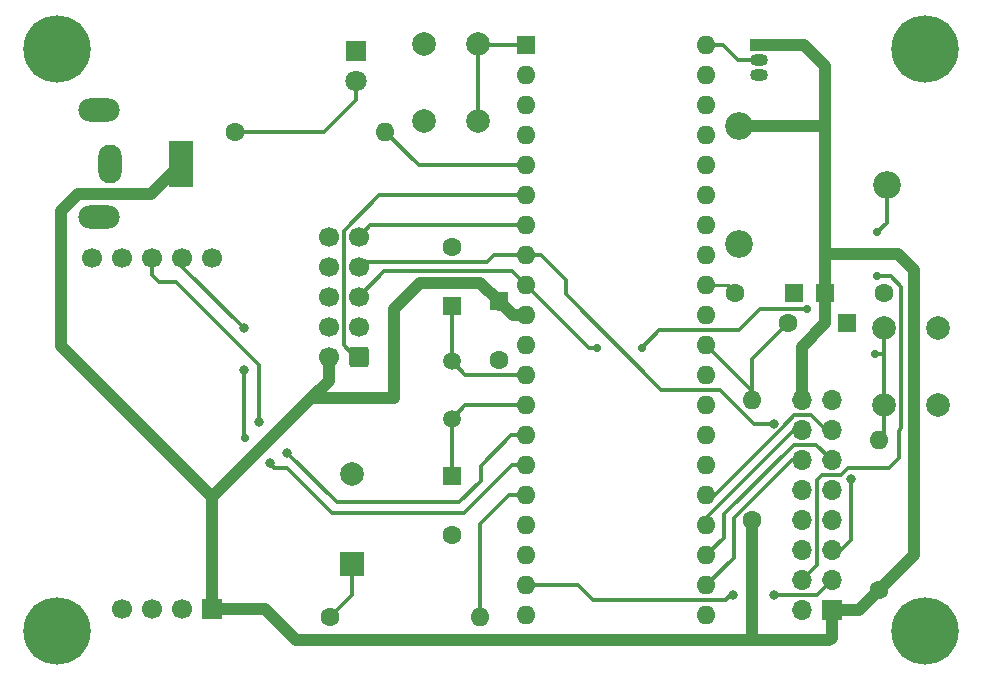
<source format=gbr>
%TF.GenerationSoftware,KiCad,Pcbnew,7.0.1*%
%TF.CreationDate,2023-05-16T22:34:38+02:00*%
%TF.ProjectId,PPURS projekt,50505552-5320-4707-926f-6a656b742e6b,rev?*%
%TF.SameCoordinates,Original*%
%TF.FileFunction,Copper,L1,Top*%
%TF.FilePolarity,Positive*%
%FSLAX46Y46*%
G04 Gerber Fmt 4.6, Leading zero omitted, Abs format (unit mm)*
G04 Created by KiCad (PCBNEW 7.0.1) date 2023-05-16 22:34:38*
%MOMM*%
%LPD*%
G01*
G04 APERTURE LIST*
G04 Aperture macros list*
%AMRoundRect*
0 Rectangle with rounded corners*
0 $1 Rounding radius*
0 $2 $3 $4 $5 $6 $7 $8 $9 X,Y pos of 4 corners*
0 Add a 4 corners polygon primitive as box body*
4,1,4,$2,$3,$4,$5,$6,$7,$8,$9,$2,$3,0*
0 Add four circle primitives for the rounded corners*
1,1,$1+$1,$2,$3*
1,1,$1+$1,$4,$5*
1,1,$1+$1,$6,$7*
1,1,$1+$1,$8,$9*
0 Add four rect primitives between the rounded corners*
20,1,$1+$1,$2,$3,$4,$5,0*
20,1,$1+$1,$4,$5,$6,$7,0*
20,1,$1+$1,$6,$7,$8,$9,0*
20,1,$1+$1,$8,$9,$2,$3,0*%
G04 Aperture macros list end*
%TA.AperFunction,ComponentPad*%
%ADD10R,1.600000X1.600000*%
%TD*%
%TA.AperFunction,ComponentPad*%
%ADD11C,1.600000*%
%TD*%
%TA.AperFunction,ComponentPad*%
%ADD12R,1.800000X1.800000*%
%TD*%
%TA.AperFunction,ComponentPad*%
%ADD13C,1.800000*%
%TD*%
%TA.AperFunction,ComponentPad*%
%ADD14C,1.500000*%
%TD*%
%TA.AperFunction,ComponentPad*%
%ADD15R,1.700000X1.700000*%
%TD*%
%TA.AperFunction,ComponentPad*%
%ADD16C,1.700000*%
%TD*%
%TA.AperFunction,ComponentPad*%
%ADD17R,1.500000X1.050000*%
%TD*%
%TA.AperFunction,ComponentPad*%
%ADD18O,1.500000X1.050000*%
%TD*%
%TA.AperFunction,ComponentPad*%
%ADD19O,1.600000X1.600000*%
%TD*%
%TA.AperFunction,ComponentPad*%
%ADD20C,3.600000*%
%TD*%
%TA.AperFunction,ConnectorPad*%
%ADD21C,5.700000*%
%TD*%
%TA.AperFunction,ComponentPad*%
%ADD22R,2.000000X2.000000*%
%TD*%
%TA.AperFunction,ComponentPad*%
%ADD23C,2.000000*%
%TD*%
%TA.AperFunction,ComponentPad*%
%ADD24O,1.700000X1.700000*%
%TD*%
%TA.AperFunction,ComponentPad*%
%ADD25C,2.340000*%
%TD*%
%TA.AperFunction,ComponentPad*%
%ADD26R,2.000000X4.000000*%
%TD*%
%TA.AperFunction,ComponentPad*%
%ADD27O,2.000000X3.300000*%
%TD*%
%TA.AperFunction,ComponentPad*%
%ADD28O,3.500000X2.000000*%
%TD*%
%TA.AperFunction,ComponentPad*%
%ADD29RoundRect,0.250000X0.600000X0.600000X-0.600000X0.600000X-0.600000X-0.600000X0.600000X-0.600000X0*%
%TD*%
%TA.AperFunction,ViaPad*%
%ADD30C,0.700000*%
%TD*%
%TA.AperFunction,ViaPad*%
%ADD31C,0.800000*%
%TD*%
%TA.AperFunction,Conductor*%
%ADD32C,0.300000*%
%TD*%
%TA.AperFunction,Conductor*%
%ADD33C,1.000000*%
%TD*%
%TA.AperFunction,Conductor*%
%ADD34C,0.250000*%
%TD*%
G04 APERTURE END LIST*
D10*
%TO.P,C3,1*%
%TO.N,Net-(U1-XTAL1)*%
X143900000Y-104100000D03*
D11*
%TO.P,C3,2*%
%TO.N,Earth*%
X143900000Y-109100000D03*
%TD*%
D12*
%TO.P,D1,1,K*%
%TO.N,Earth*%
X135790000Y-68095000D03*
D13*
%TO.P,D1,2,A*%
%TO.N,Net-(D1-A)*%
X135790000Y-70635000D03*
%TD*%
D14*
%TO.P,Y1,1,1*%
%TO.N,Net-(U1-XTAL2)*%
X143900000Y-94420000D03*
%TO.P,Y1,2,2*%
%TO.N,Net-(U1-XTAL1)*%
X143900000Y-99300000D03*
%TD*%
D15*
%TO.P,Senseair S8,1,G+*%
%TO.N,+5V*%
X123640000Y-115372500D03*
D16*
%TO.P,Senseair S8,2,G0*%
%TO.N,Earth*%
X121100000Y-115372500D03*
%TO.P,Senseair S8,3,ALARM_OC*%
%TO.N,unconnected-(U2-ALARM_OC-Pad3)*%
X118560000Y-115372500D03*
%TO.P,Senseair S8,4,PWM_1KHZ*%
%TO.N,unconnected-(U2-PWM_1KHZ-Pad4)*%
X116020000Y-115372500D03*
%TO.P,Senseair S8,5,BCAL_IN*%
%TO.N,unconnected-(U2-BCAL_IN-Pad5)*%
X113480000Y-85672500D03*
%TO.P,Senseair S8,6,UART_R/T*%
%TO.N,unconnected-(U2-UART_R{slash}T-Pad6)*%
X116020000Y-85672500D03*
%TO.P,Senseair S8,7,UART_TXD*%
%TO.N,/PD0 rx*%
X118560000Y-85672500D03*
%TO.P,Senseair S8,8,UART_RXD*%
%TO.N,/PD1 tx*%
X121100000Y-85672500D03*
%TO.P,Senseair S8,9,DVCC_OUT*%
%TO.N,unconnected-(U2-DVCC_OUT-Pad9)*%
X123640000Y-85672500D03*
%TD*%
D10*
%TO.P,C6,1*%
%TO.N,+5V*%
X175500000Y-88600000D03*
D11*
%TO.P,C6,2*%
%TO.N,Earth*%
X180500000Y-88600000D03*
%TD*%
D17*
%TO.P,U3,1,+V_{S}*%
%TO.N,+5V*%
X169940000Y-67600000D03*
D18*
%TO.P,U3,2,V_{OUT}*%
%TO.N,/PA0*%
X169940000Y-68870000D03*
%TO.P,U3,3,GND*%
%TO.N,Earth*%
X169940000Y-70140000D03*
%TD*%
D11*
%TO.P,R1,1*%
%TO.N,+5V*%
X180100000Y-113800000D03*
D19*
%TO.P,R1,2*%
%TO.N,/RESET*%
X180100000Y-101100000D03*
%TD*%
D20*
%TO.P,H3,1*%
%TO.N,N/C*%
X184000000Y-117250000D03*
D21*
X184000000Y-117250000D03*
%TD*%
D20*
%TO.P,H2,1*%
%TO.N,N/C*%
X110500000Y-68000000D03*
D21*
X110500000Y-68000000D03*
%TD*%
D22*
%TO.P,BZ1,1,-*%
%TO.N,Net-(BZ1--)*%
X135480000Y-111530000D03*
D23*
%TO.P,BZ1,2,+*%
%TO.N,Earth*%
X135480000Y-103930000D03*
%TD*%
D24*
%TO.P,LCD,1,VSS*%
%TO.N,Earth*%
X173535000Y-115475000D03*
D15*
%TO.P,LCD,2,VDD*%
%TO.N,+5V*%
X176075000Y-115475000D03*
D24*
%TO.P,LCD,3,VO*%
%TO.N,Net-(U4-VO)*%
X173535000Y-112935000D03*
%TO.P,LCD,4,RS*%
%TO.N,/PD5*%
X176075000Y-112935000D03*
%TO.P,LCD,5,R/~{W}*%
%TO.N,Earth*%
X173535000Y-110395000D03*
%TO.P,LCD,6,E*%
%TO.N,/PB7*%
X176075000Y-110395000D03*
%TO.P,LCD,7,DB0*%
%TO.N,unconnected-(U4-DB0-Pad7)*%
X173535000Y-107855000D03*
%TO.P,LCD,8,DB1*%
%TO.N,unconnected-(U4-DB1-Pad8)*%
X176075000Y-107855000D03*
%TO.P,LCD,9,DB2*%
%TO.N,unconnected-(U4-DB2-Pad9)*%
X173535000Y-105315000D03*
%TO.P,LCD,10,DB3*%
%TO.N,unconnected-(U4-DB3-Pad10)*%
X176075000Y-105315000D03*
%TO.P,LCD,11,DB4*%
%TO.N,/PC0*%
X173535000Y-102775000D03*
%TO.P,LCD,12,DB5*%
%TO.N,/PC1*%
X176075000Y-102775000D03*
%TO.P,LCD,13,DB6*%
%TO.N,/PC2*%
X173535000Y-100235000D03*
%TO.P,LCD,14,DB7*%
%TO.N,/PC3*%
X176075000Y-100235000D03*
%TO.P,LCD,15,A/VEE*%
%TO.N,+5V*%
X173535000Y-97695000D03*
%TO.P,LCD,16,K*%
%TO.N,Earth*%
X176075000Y-97695000D03*
%TD*%
D25*
%TO.P,RV1,1,1*%
%TO.N,Earth*%
X168260000Y-84470000D03*
%TO.P,RV1,2,2*%
%TO.N,Net-(U4-VO)*%
X180760000Y-79470000D03*
%TO.P,RV1,3,3*%
%TO.N,+5V*%
X168260000Y-74470000D03*
%TD*%
D10*
%TO.P,C5,1*%
%TO.N,Earth*%
X177380000Y-91170000D03*
D11*
%TO.P,C5,2*%
%TO.N,Net-(U1-AVCC)*%
X172380000Y-91170000D03*
%TD*%
D20*
%TO.P,H1,1*%
%TO.N,N/C*%
X184000000Y-68000000D03*
D21*
X184000000Y-68000000D03*
%TD*%
D20*
%TO.P,H4,1*%
%TO.N,N/C*%
X110500000Y-117250000D03*
D21*
X110500000Y-117250000D03*
%TD*%
D10*
%TO.P,C1,1*%
%TO.N,+5V*%
X147900000Y-89300000D03*
D11*
%TO.P,C1,2*%
%TO.N,Earth*%
X147900000Y-94300000D03*
%TD*%
D26*
%TO.P,J3,1*%
%TO.N,+5V*%
X121020000Y-77670000D03*
D27*
%TO.P,J3,2*%
%TO.N,Earth*%
X115020000Y-77670000D03*
D28*
%TO.P,J3,MP*%
%TO.N,N/C*%
X114020000Y-73170000D03*
X114020000Y-82170000D03*
%TD*%
D10*
%TO.P,C4,1*%
%TO.N,Net-(U1-XTAL2)*%
X143900000Y-89700000D03*
D11*
%TO.P,C4,2*%
%TO.N,Earth*%
X143900000Y-84700000D03*
%TD*%
%TO.P,R3,1*%
%TO.N,Net-(D1-A)*%
X125600000Y-75000000D03*
D19*
%TO.P,R3,2*%
%TO.N,Net-(U1-PB4)*%
X138300000Y-75000000D03*
%TD*%
D23*
%TO.P,SW1,1,1*%
%TO.N,Earth*%
X185050000Y-91600000D03*
X185050000Y-98100000D03*
%TO.P,SW1,2,2*%
%TO.N,/RESET*%
X180550000Y-91600000D03*
X180550000Y-98100000D03*
%TD*%
D10*
%TO.P,C2,1*%
%TO.N,Earth*%
X172900000Y-88600000D03*
D11*
%TO.P,C2,2*%
%TO.N,Net-(U1-AREF)*%
X167900000Y-88600000D03*
%TD*%
%TO.P,L1,1,1*%
%TO.N,+5V*%
X169357500Y-107860000D03*
D19*
%TO.P,L1,2,2*%
%TO.N,Net-(U1-AVCC)*%
X169357500Y-97700000D03*
%TD*%
D10*
%TO.P,ATmega 16A-P,1,PB0*%
%TO.N,Net-(U1-PB0)*%
X150232500Y-67647500D03*
D19*
%TO.P,ATmega 16A-P,2,PB1*%
%TO.N,unconnected-(U1-PB1-Pad2)*%
X150232500Y-70187500D03*
%TO.P,ATmega 16A-P,3,PB2*%
%TO.N,unconnected-(U1-PB2-Pad3)*%
X150232500Y-72727500D03*
%TO.P,ATmega 16A-P,4,PB3*%
%TO.N,unconnected-(U1-PB3-Pad4)*%
X150232500Y-75267500D03*
%TO.P,ATmega 16A-P,5,PB4*%
%TO.N,Net-(U1-PB4)*%
X150232500Y-77807500D03*
%TO.P,ATmega 16A-P,6,PB5*%
%TO.N,/PB5*%
X150232500Y-80347500D03*
%TO.P,ATmega 16A-P,7,PB6*%
%TO.N,/PB6*%
X150232500Y-82887500D03*
%TO.P,ATmega 16A-P,8,PB7*%
%TO.N,/PB7*%
X150232500Y-85427500D03*
%TO.P,ATmega 16A-P,9,~{RESET}*%
%TO.N,/RESET*%
X150232500Y-87967500D03*
%TO.P,ATmega 16A-P,10,VCC*%
%TO.N,+5V*%
X150232500Y-90507500D03*
%TO.P,ATmega 16A-P,11,GND*%
%TO.N,Earth*%
X150232500Y-93047500D03*
%TO.P,ATmega 16A-P,12,XTAL2*%
%TO.N,Net-(U1-XTAL2)*%
X150232500Y-95587500D03*
%TO.P,ATmega 16A-P,13,XTAL1*%
%TO.N,Net-(U1-XTAL1)*%
X150232500Y-98127500D03*
%TO.P,ATmega 16A-P,14,PD0*%
%TO.N,/PD0 rx*%
X150232500Y-100667500D03*
%TO.P,ATmega 16A-P,15,PD1*%
%TO.N,/PD1 tx*%
X150232500Y-103207500D03*
%TO.P,ATmega 16A-P,16,PD2*%
%TO.N,Net-(U1-PD2)*%
X150232500Y-105747500D03*
%TO.P,ATmega 16A-P,17,PD3*%
%TO.N,unconnected-(U1-PD3-Pad17)*%
X150232500Y-108287500D03*
%TO.P,ATmega 16A-P,18,PD4*%
%TO.N,unconnected-(U1-PD4-Pad18)*%
X150232500Y-110827500D03*
%TO.P,ATmega 16A-P,19,PD5*%
%TO.N,/PD5*%
X150232500Y-113367500D03*
%TO.P,ATmega 16A-P,20,PD6*%
%TO.N,unconnected-(U1-PD6-Pad20)*%
X150232500Y-115907500D03*
%TO.P,ATmega 16A-P,21,PD7*%
%TO.N,unconnected-(U1-PD7-Pad21)*%
X165472500Y-115907500D03*
%TO.P,ATmega 16A-P,22,PC0*%
%TO.N,/PC0*%
X165472500Y-113367500D03*
%TO.P,ATmega 16A-P,23,PC1*%
%TO.N,/PC1*%
X165472500Y-110827500D03*
%TO.P,ATmega 16A-P,24,PC2*%
%TO.N,/PC2*%
X165472500Y-108287500D03*
%TO.P,ATmega 16A-P,25,PC3*%
%TO.N,/PC3*%
X165472500Y-105747500D03*
%TO.P,ATmega 16A-P,26,PC4*%
%TO.N,unconnected-(U1-PC4-Pad26)*%
X165472500Y-103207500D03*
%TO.P,ATmega 16A-P,27,PC5*%
%TO.N,unconnected-(U1-PC5-Pad27)*%
X165472500Y-100667500D03*
%TO.P,ATmega 16A-P,28,PC6*%
%TO.N,unconnected-(U1-PC6-Pad28)*%
X165472500Y-98127500D03*
%TO.P,ATmega 16A-P,29,PC7*%
%TO.N,unconnected-(U1-PC7-Pad29)*%
X165472500Y-95587500D03*
%TO.P,ATmega 16A-P,30,AVCC*%
%TO.N,Net-(U1-AVCC)*%
X165472500Y-93047500D03*
%TO.P,ATmega 16A-P,31,GND*%
%TO.N,Earth*%
X165472500Y-90507500D03*
%TO.P,ATmega 16A-P,32,AREF*%
%TO.N,Net-(U1-AREF)*%
X165472500Y-87967500D03*
%TO.P,ATmega 16A-P,33,PA7*%
%TO.N,unconnected-(U1-PA7-Pad33)*%
X165472500Y-85427500D03*
%TO.P,ATmega 16A-P,34,PA6*%
%TO.N,unconnected-(U1-PA6-Pad34)*%
X165472500Y-82887500D03*
%TO.P,ATmega 16A-P,35,PA5*%
%TO.N,unconnected-(U1-PA5-Pad35)*%
X165472500Y-80347500D03*
%TO.P,ATmega 16A-P,36,PA4*%
%TO.N,unconnected-(U1-PA4-Pad36)*%
X165472500Y-77807500D03*
%TO.P,ATmega 16A-P,37,PA3*%
%TO.N,unconnected-(U1-PA3-Pad37)*%
X165472500Y-75267500D03*
%TO.P,ATmega 16A-P,38,PA2*%
%TO.N,unconnected-(U1-PA2-Pad38)*%
X165472500Y-72727500D03*
%TO.P,ATmega 16A-P,39,PA1*%
%TO.N,unconnected-(U1-PA1-Pad39)*%
X165472500Y-70187500D03*
%TO.P,ATmega 16A-P,40,PA0*%
%TO.N,/PA0*%
X165472500Y-67647500D03*
%TD*%
D29*
%TO.P,PROGRAMATOR,1,MOSI*%
%TO.N,/PB5*%
X136040000Y-94010000D03*
D16*
%TO.P,PROGRAMATOR,2,VCC*%
%TO.N,+5V*%
X133500000Y-94010000D03*
%TO.P,PROGRAMATOR,3,NC*%
%TO.N,unconnected-(J2-NC-Pad3)*%
X136040000Y-91470000D03*
%TO.P,PROGRAMATOR,4,GND*%
%TO.N,Earth*%
X133500000Y-91470000D03*
%TO.P,PROGRAMATOR,5,~{RST}*%
%TO.N,/RESET*%
X136040000Y-88930000D03*
%TO.P,PROGRAMATOR,6,GND*%
%TO.N,Earth*%
X133500000Y-88930000D03*
%TO.P,PROGRAMATOR,7,SCK*%
%TO.N,/PB7*%
X136040000Y-86390000D03*
%TO.P,PROGRAMATOR,8,GND*%
%TO.N,Earth*%
X133500000Y-86390000D03*
%TO.P,PROGRAMATOR,9,MISO*%
%TO.N,/PB6*%
X136040000Y-83850000D03*
%TO.P,PROGRAMATOR,10,GND*%
%TO.N,Earth*%
X133500000Y-83850000D03*
%TD*%
D11*
%TO.P,R2,1*%
%TO.N,Net-(BZ1--)*%
X133620000Y-116050000D03*
D19*
%TO.P,R2,2*%
%TO.N,Net-(U1-PD2)*%
X146320000Y-116050000D03*
%TD*%
D23*
%TO.P,PB0,1,1*%
%TO.N,Net-(U1-PB0)*%
X146107500Y-67570000D03*
X146107500Y-74070000D03*
%TO.P,PB0,2,2*%
%TO.N,Earth*%
X141607500Y-67570000D03*
X141607500Y-74070000D03*
%TD*%
D30*
%TO.N,/RESET*%
X179750000Y-93750000D03*
X174000000Y-90000000D03*
X160000000Y-93250000D03*
X156250000Y-93250000D03*
D31*
%TO.N,/PB7*%
X177700000Y-104400000D03*
X171200000Y-99700000D03*
D30*
%TO.N,Net-(U4-VO)*%
X179950000Y-83480000D03*
X179950000Y-87170000D03*
D31*
%TO.N,/PD0 rx*%
X127620000Y-99550000D03*
X129980000Y-102130000D03*
%TO.N,/PD1 tx*%
X126370000Y-91600000D03*
X126360000Y-95120000D03*
X128520000Y-103040000D03*
D30*
X126400000Y-100920000D03*
D31*
%TO.N,/PD5*%
X171220000Y-114210000D03*
X167770000Y-114210000D03*
%TD*%
D32*
%TO.N,Net-(BZ1--)*%
X135480000Y-111530000D02*
X135480000Y-114190000D01*
X135480000Y-114190000D02*
X133620000Y-116050000D01*
D33*
%TO.N,+5V*%
X175410000Y-74470000D02*
X175500000Y-74380000D01*
X146350000Y-87750000D02*
X147900000Y-89300000D01*
X175500000Y-85300000D02*
X175500000Y-88600000D01*
X112290000Y-80210000D02*
X110850000Y-81650000D01*
X178425000Y-115475000D02*
X180100000Y-113800000D01*
X139000000Y-97540000D02*
X139000000Y-90000000D01*
X150232500Y-90507500D02*
X149107500Y-90507500D01*
X175500000Y-69400000D02*
X175500000Y-74380000D01*
X133500000Y-96040000D02*
X132000000Y-97540000D01*
X132000000Y-97540000D02*
X139000000Y-97540000D01*
X110850000Y-81650000D02*
X110850000Y-93110000D01*
X130480000Y-99060000D02*
X132000000Y-97540000D01*
X176075000Y-115475000D02*
X178425000Y-115475000D01*
X175500000Y-88600000D02*
X175500000Y-91200000D01*
X118480000Y-80210000D02*
X112290000Y-80210000D01*
X176075000Y-117825000D02*
X176075000Y-115475000D01*
X181720000Y-85300000D02*
X183070000Y-86650000D01*
X183070000Y-86650000D02*
X183070000Y-110830000D01*
X173700000Y-67600000D02*
X175500000Y-69400000D01*
X173535000Y-93165000D02*
X173535000Y-97695000D01*
X169400000Y-118000000D02*
X175900000Y-118000000D01*
X175900000Y-118000000D02*
X176075000Y-117825000D01*
X130700000Y-118000000D02*
X128072500Y-115372500D01*
X175500000Y-85300000D02*
X181720000Y-85300000D01*
X123640000Y-115372500D02*
X123640000Y-105900000D01*
X121020000Y-77670000D02*
X118480000Y-80210000D01*
X169357500Y-107860000D02*
X169357500Y-117957500D01*
X128072500Y-115372500D02*
X123640000Y-115372500D01*
X123640000Y-105900000D02*
X130480000Y-99060000D01*
X149107500Y-90507500D02*
X147900000Y-89300000D01*
X168260000Y-74470000D02*
X175410000Y-74470000D01*
X139000000Y-90000000D02*
X141250000Y-87750000D01*
X183070000Y-110830000D02*
X182890000Y-111010000D01*
X169940000Y-67600000D02*
X173700000Y-67600000D01*
X175500000Y-74380000D02*
X175500000Y-85300000D01*
X169400000Y-118000000D02*
X130700000Y-118000000D01*
X173700000Y-67600000D02*
X175400000Y-69300000D01*
X169357500Y-117957500D02*
X169400000Y-118000000D01*
X175500000Y-91200000D02*
X173535000Y-93165000D01*
X110850000Y-93110000D02*
X123640000Y-105900000D01*
X141250000Y-87750000D02*
X146350000Y-87750000D01*
X180100000Y-113800000D02*
X182890000Y-111010000D01*
X133500000Y-94010000D02*
X133500000Y-96040000D01*
X147900000Y-89620000D02*
X147900000Y-89300000D01*
D34*
%TO.N,Net-(U1-AREF)*%
X167267500Y-87967500D02*
X167900000Y-88600000D01*
X165472500Y-87967500D02*
X167267500Y-87967500D01*
D32*
%TO.N,Net-(U1-XTAL1)*%
X145072500Y-98127500D02*
X143900000Y-99300000D01*
X150232500Y-98127500D02*
X145072500Y-98127500D01*
X143900000Y-99300000D02*
X143900000Y-104100000D01*
%TO.N,Net-(U1-XTAL2)*%
X150232500Y-95587500D02*
X145067500Y-95587500D01*
X143910000Y-89690000D02*
X143900000Y-89700000D01*
X143900000Y-89700000D02*
X143900000Y-94420000D01*
X145067500Y-95587500D02*
X143900000Y-94420000D01*
%TO.N,Net-(U1-AVCC)*%
X169357500Y-97700000D02*
X169357500Y-94192500D01*
X169357500Y-94192500D02*
X172380000Y-91170000D01*
X165472500Y-93047500D02*
X169357500Y-96932500D01*
X169357500Y-96932500D02*
X169357500Y-97700000D01*
%TO.N,Net-(D1-A)*%
X135790000Y-72270000D02*
X135790000Y-70635000D01*
X125600000Y-75000000D02*
X133060000Y-75000000D01*
X133060000Y-75000000D02*
X135790000Y-72270000D01*
%TO.N,/PB5*%
X136040000Y-94010000D02*
X135750000Y-94010000D01*
X137782500Y-80347500D02*
X150232500Y-80347500D01*
X134780000Y-83350000D02*
X137782500Y-80347500D01*
X134780000Y-93040000D02*
X134780000Y-83350000D01*
X135750000Y-94010000D02*
X134780000Y-93040000D01*
%TO.N,/RESET*%
X155515000Y-93250000D02*
X156250000Y-93250000D01*
X180550000Y-91600000D02*
X180550000Y-93750000D01*
X170000000Y-90000000D02*
X174000000Y-90000000D01*
X180550000Y-93750000D02*
X180550000Y-98100000D01*
X161490000Y-91760000D02*
X168240000Y-91760000D01*
X180550000Y-93750000D02*
X179750000Y-93750000D01*
X136040000Y-88930000D02*
X138220000Y-86750000D01*
X180550000Y-100650000D02*
X180100000Y-101100000D01*
X160000000Y-93250000D02*
X161490000Y-91760000D01*
X138220000Y-86750000D02*
X149015000Y-86750000D01*
X149015000Y-86750000D02*
X150232500Y-87967500D01*
X168240000Y-91760000D02*
X170000000Y-90000000D01*
X180550000Y-98100000D02*
X180550000Y-100650000D01*
X150232500Y-87967500D02*
X155515000Y-93250000D01*
%TO.N,/PB7*%
X146900000Y-86000000D02*
X147472500Y-85427500D01*
X153552500Y-88747500D02*
X153552500Y-87502500D01*
X136040000Y-86390000D02*
X136430000Y-86000000D01*
X161645000Y-96840000D02*
X153552500Y-88747500D01*
X153552500Y-87502500D02*
X151477500Y-85427500D01*
X147472500Y-85427500D02*
X150232500Y-85427500D01*
X151477500Y-85427500D02*
X150232500Y-85427500D01*
X166640000Y-96840000D02*
X161645000Y-96840000D01*
X169500000Y-99700000D02*
X166640000Y-96840000D01*
X176855000Y-110395000D02*
X177700000Y-109550000D01*
X176075000Y-110395000D02*
X176855000Y-110395000D01*
X171200000Y-99700000D02*
X169500000Y-99700000D01*
X136430000Y-86000000D02*
X146900000Y-86000000D01*
X177700000Y-109550000D02*
X177700000Y-104400000D01*
%TO.N,/PB6*%
X150232500Y-82887500D02*
X137002500Y-82887500D01*
X137002500Y-82887500D02*
X136040000Y-83850000D01*
%TO.N,Net-(U1-PD2)*%
X148772500Y-105747500D02*
X150232500Y-105747500D01*
X146320000Y-116050000D02*
X146320000Y-108200000D01*
X146320000Y-108200000D02*
X148772500Y-105747500D01*
%TO.N,Net-(U1-PB4)*%
X150232500Y-77807500D02*
X141107500Y-77807500D01*
X141107500Y-77807500D02*
X138300000Y-75000000D01*
%TO.N,Net-(U4-VO)*%
X176870000Y-104000000D02*
X177470000Y-103400000D01*
X175250000Y-104000000D02*
X176870000Y-104000000D01*
X177470000Y-103400000D02*
X180970000Y-103400000D01*
X181750000Y-100280000D02*
X181990000Y-100040000D01*
X174800000Y-111670000D02*
X174800000Y-104450000D01*
X179950000Y-83480000D02*
X180760000Y-82670000D01*
X181750000Y-102620000D02*
X181750000Y-100280000D01*
X181070000Y-87170000D02*
X179950000Y-87170000D01*
X180760000Y-82670000D02*
X180760000Y-79470000D01*
X173535000Y-112935000D02*
X174800000Y-111670000D01*
X181990000Y-100040000D02*
X181990000Y-88090000D01*
X181990000Y-88090000D02*
X181070000Y-87170000D01*
X174800000Y-104450000D02*
X175250000Y-104000000D01*
X180970000Y-103400000D02*
X181750000Y-102620000D01*
%TO.N,Net-(U1-PB0)*%
X150232500Y-67647500D02*
X146185000Y-67647500D01*
X146107500Y-67570000D02*
X146107500Y-74070000D01*
X146185000Y-67647500D02*
X146107500Y-67570000D01*
%TO.N,/PD0 rx*%
X148942500Y-100667500D02*
X146365000Y-103245000D01*
X146365000Y-103245000D02*
X146365000Y-104535000D01*
X118560000Y-87130000D02*
X119100000Y-87670000D01*
X150232500Y-100667500D02*
X148942500Y-100667500D01*
X144570000Y-106330000D02*
X134180000Y-106330000D01*
X118560000Y-85672500D02*
X118560000Y-87130000D01*
X127620000Y-94732500D02*
X127620000Y-99550000D01*
X120557500Y-87670000D02*
X127620000Y-94732500D01*
X146365000Y-104535000D02*
X144570000Y-106330000D01*
X119100000Y-87670000D02*
X120557500Y-87670000D01*
X134180000Y-106330000D02*
X129980000Y-102130000D01*
%TO.N,/PD1 tx*%
X121100000Y-86390000D02*
X126310000Y-91600000D01*
X129930000Y-103410000D02*
X128890000Y-103410000D01*
X126350000Y-95130000D02*
X126350000Y-100870000D01*
X126350000Y-100870000D02*
X126400000Y-100920000D01*
X149032500Y-103207500D02*
X144960000Y-107280000D01*
X128890000Y-103410000D02*
X128520000Y-103040000D01*
X144960000Y-107280000D02*
X133800000Y-107280000D01*
X126360000Y-95120000D02*
X126350000Y-95130000D01*
X121100000Y-85672500D02*
X121100000Y-86390000D01*
X126310000Y-91600000D02*
X126370000Y-91600000D01*
X133800000Y-107280000D02*
X129930000Y-103410000D01*
X150232500Y-103207500D02*
X149032500Y-103207500D01*
%TO.N,/PD5*%
X171210000Y-114210000D02*
X171220000Y-114210000D01*
X167100000Y-114600000D02*
X167490000Y-114210000D01*
X171210000Y-114210000D02*
X171500000Y-114210000D01*
X174800000Y-114210000D02*
X176075000Y-112935000D01*
X155870000Y-114600000D02*
X167100000Y-114600000D01*
X171500000Y-114210000D02*
X174800000Y-114210000D01*
X167490000Y-114210000D02*
X167770000Y-114210000D01*
X150232500Y-113367500D02*
X154637500Y-113367500D01*
X154637500Y-113367500D02*
X155870000Y-114600000D01*
%TO.N,/PC0*%
X167800000Y-111040000D02*
X167800000Y-107670000D01*
X165472500Y-113367500D02*
X167800000Y-111040000D01*
X167800000Y-107670000D02*
X172695000Y-102775000D01*
X172695000Y-102775000D02*
X173535000Y-102775000D01*
%TO.N,/PC1*%
X172870000Y-101470000D02*
X166970000Y-107370000D01*
X166970000Y-109330000D02*
X165472500Y-110827500D01*
X176075000Y-102775000D02*
X174770000Y-101470000D01*
X174770000Y-101470000D02*
X172870000Y-101470000D01*
X166970000Y-107370000D02*
X166970000Y-109330000D01*
%TO.N,/PC2*%
X173535000Y-100235000D02*
X172895000Y-100235000D01*
X172895000Y-100235000D02*
X165472500Y-107657500D01*
X165472500Y-107657500D02*
X165472500Y-108287500D01*
%TO.N,/PC3*%
X171950000Y-99930000D02*
X171950000Y-100010661D01*
X171950000Y-100010661D02*
X166213161Y-105747500D01*
X176075000Y-100235000D02*
X175635000Y-100235000D01*
X175635000Y-100235000D02*
X174370000Y-98970000D01*
X174370000Y-98970000D02*
X172910000Y-98970000D01*
X172910000Y-98970000D02*
X171950000Y-99930000D01*
X166213161Y-105747500D02*
X165472500Y-105747500D01*
%TO.N,/PA0*%
X165472500Y-67647500D02*
X166907500Y-67647500D01*
X166907500Y-67647500D02*
X168130000Y-68870000D01*
X168130000Y-68870000D02*
X169940000Y-68870000D01*
%TD*%
M02*

</source>
